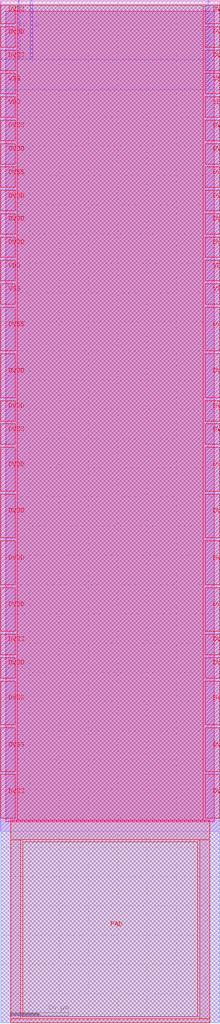
<source format=lef>
VERSION 5.7 ;
  NOWIREEXTENSIONATPIN ON ;
  DIVIDERCHAR "/" ;
  BUSBITCHARS "[]" ;
MACRO gf180mcu_ocd_io__in_s
  CLASS PAD INPUT ;
  FOREIGN gf180mcu_ocd_io__in_s ;
  ORIGIN 0.000 0.000 ;
  SIZE 75.000 BY 350.000 ;
  SYMMETRY X Y R90 ;
  SITE GF_IO_Site ;
  PIN DVDD
    ANTENNAGATEAREA 3.360000 ;
    ANTENNADIFFAREA 3421.083008 ;
    PORT
      LAYER Metal5 ;
        RECT 0.000 182.000 5.000 197.000 ;
    END
    PORT
      LAYER Metal5 ;
        RECT 0.000 214.000 5.000 229.000 ;
    END
    PORT
      LAYER Metal5 ;
        RECT 0.000 334.000 5.000 341.000 ;
    END
    PORT
      LAYER Metal5 ;
        RECT 0.000 294.000 5.000 301.000 ;
    END
    PORT
      LAYER Metal5 ;
        RECT 0.000 278.000 5.000 285.000 ;
    END
    PORT
      LAYER Metal5 ;
        RECT 0.000 270.000 5.000 277.000 ;
    END
    PORT
      LAYER Metal5 ;
        RECT 0.000 262.000 5.000 269.000 ;
    END
    PORT
      LAYER Metal5 ;
        RECT 0.000 206.000 5.000 213.000 ;
    END
    PORT
      LAYER Metal5 ;
        RECT 0.000 118.000 5.000 125.000 ;
    END
    PORT
      LAYER Metal5 ;
        RECT 0.000 134.000 5.000 149.000 ;
    END
    PORT
      LAYER Metal5 ;
        RECT 0.000 150.000 5.000 165.000 ;
    END
    PORT
      LAYER Metal5 ;
        RECT 0.000 166.000 5.000 181.000 ;
    END
    PORT
      LAYER Metal5 ;
        RECT 70.000 182.000 75.000 197.000 ;
    END
    PORT
      LAYER Metal5 ;
        RECT 70.000 214.000 75.000 229.000 ;
    END
    PORT
      LAYER Metal5 ;
        RECT 70.000 334.000 75.000 341.000 ;
    END
    PORT
      LAYER Metal5 ;
        RECT 70.000 294.000 75.000 301.000 ;
    END
    PORT
      LAYER Metal5 ;
        RECT 70.000 278.000 75.000 285.000 ;
    END
    PORT
      LAYER Metal5 ;
        RECT 70.000 270.000 75.000 277.000 ;
    END
    PORT
      LAYER Metal5 ;
        RECT 70.000 262.000 75.000 269.000 ;
    END
    PORT
      LAYER Metal5 ;
        RECT 70.000 206.000 75.000 213.000 ;
    END
    PORT
      LAYER Metal5 ;
        RECT 70.000 118.000 75.000 125.000 ;
    END
    PORT
      LAYER Metal5 ;
        RECT 70.000 134.000 75.000 149.000 ;
    END
    PORT
      LAYER Metal5 ;
        RECT 70.000 150.000 75.000 165.000 ;
    END
    PORT
      LAYER Metal5 ;
        RECT 70.000 166.000 75.000 181.000 ;
    END
  END DVDD
  PIN DVSS
    ANTENNAGATEAREA 3.360000 ;
    ANTENNADIFFAREA 2855.011963 ;
    PORT
      LAYER Metal5 ;
        RECT 0.000 86.000 5.000 101.000 ;
    END
    PORT
      LAYER Metal5 ;
        RECT 0.000 70.000 5.000 85.000 ;
    END
    PORT
      LAYER Metal5 ;
        RECT 0.000 230.000 5.000 245.000 ;
    END
    PORT
      LAYER Metal5 ;
        RECT 0.000 198.000 5.000 205.000 ;
    END
    PORT
      LAYER Metal5 ;
        RECT 0.000 102.000 5.000 117.000 ;
    END
    PORT
      LAYER Metal5 ;
        RECT 0.000 126.000 5.000 133.000 ;
    END
    PORT
      LAYER Metal5 ;
        RECT 0.000 286.000 5.000 293.000 ;
    END
    PORT
      LAYER Metal5 ;
        RECT 0.000 302.000 5.000 309.000 ;
    END
    PORT
      LAYER Metal5 ;
        RECT 0.000 326.000 5.000 333.000 ;
    END
    PORT
      LAYER Metal5 ;
        RECT 0.000 342.000 5.000 348.390 ;
    END
    PORT
      LAYER Metal5 ;
        RECT 70.000 86.000 75.000 101.000 ;
    END
    PORT
      LAYER Metal5 ;
        RECT 70.000 70.000 75.000 85.000 ;
    END
    PORT
      LAYER Metal5 ;
        RECT 70.000 230.000 75.000 245.000 ;
    END
    PORT
      LAYER Metal5 ;
        RECT 70.000 198.000 75.000 205.000 ;
    END
    PORT
      LAYER Metal5 ;
        RECT 70.000 102.000 75.000 117.000 ;
    END
    PORT
      LAYER Metal5 ;
        RECT 70.000 126.000 75.000 133.000 ;
    END
    PORT
      LAYER Metal5 ;
        RECT 70.000 286.000 75.000 293.000 ;
    END
    PORT
      LAYER Metal5 ;
        RECT 70.000 302.000 75.000 309.000 ;
    END
    PORT
      LAYER Metal5 ;
        RECT 70.000 326.000 75.000 333.000 ;
    END
    PORT
      LAYER Metal5 ;
        RECT 70.000 342.000 75.000 348.390 ;
    END
  END DVSS
  PIN PAD
    ANTENNADIFFAREA 258.720001 ;
    PORT
      LAYER Metal5 ;
        RECT 7.500 2.000 67.500 62.000 ;
    END
  END PAD
  PIN PD
    ANTENNAGATEAREA 1.512000 ;
    ANTENNADIFFAREA 1.000000 ;
    PORT
      LAYER Metal2 ;
        RECT 10.330 329.950 10.710 349.850 ;
    END
  END PD
  PIN PU
    ANTENNAGATEAREA 1.008000 ;
    ANTENNADIFFAREA 1.795000 ;
    PORT
      LAYER Metal2 ;
        RECT 5.965 330.270 6.345 349.850 ;
    END
  END PU
  PIN VDD
    USE POWER ;
    PORT
      LAYER Metal5 ;
        RECT 0.000 254.000 5.000 261.000 ;
    END
    PORT
      LAYER Metal5 ;
        RECT 0.000 310.000 5.000 317.000 ;
    END
    PORT
      LAYER Metal5 ;
        RECT 70.000 254.000 75.000 261.000 ;
    END
    PORT
      LAYER Metal5 ;
        RECT 70.000 310.000 75.000 317.000 ;
    END
  END VDD
  PIN VSS
    USE GROUND ;
    PORT
      LAYER Metal5 ;
        RECT 0.000 318.000 5.000 325.000 ;
    END
    PORT
      LAYER Metal5 ;
        RECT 0.000 246.000 5.000 253.000 ;
    END
    PORT
      LAYER Metal5 ;
        RECT 70.000 318.000 75.000 325.000 ;
    END
    PORT
      LAYER Metal5 ;
        RECT 70.000 246.000 75.000 253.000 ;
    END
  END VSS
  PIN Y
    ANTENNADIFFAREA 3.240000 ;
    PORT
      LAYER Metal2 ;
        RECT 70.860 319.750 71.240 349.850 ;
    END
  END Y
  OBS
      LAYER Nwell ;
        RECT 1.630 68.745 73.180 346.385 ;
      LAYER Metal1 ;
        RECT -0.160 65.540 75.160 349.785 ;
      LAYER Metal2 ;
        RECT 0.000 329.970 5.665 348.650 ;
        RECT 6.645 329.970 10.030 348.650 ;
        RECT 0.000 329.650 10.030 329.970 ;
        RECT 11.010 329.650 70.560 348.650 ;
        RECT 0.000 319.450 70.560 329.650 ;
        RECT 71.540 319.450 75.000 348.650 ;
        RECT 0.000 0.000 75.000 319.450 ;
      LAYER Metal3 ;
        RECT 0.000 0.000 75.000 348.390 ;
      LAYER Metal4 ;
        RECT 0.000 0.000 75.000 348.390 ;
      LAYER Metal5 ;
        RECT 5.600 69.400 69.400 348.390 ;
        RECT 3.500 62.600 71.500 69.400 ;
        RECT 3.500 1.400 6.900 62.600 ;
        RECT 68.100 1.400 71.500 62.600 ;
        RECT 3.500 0.000 71.500 1.400 ;
  END
END gf180mcu_ocd_io__in_s
END LIBRARY


</source>
